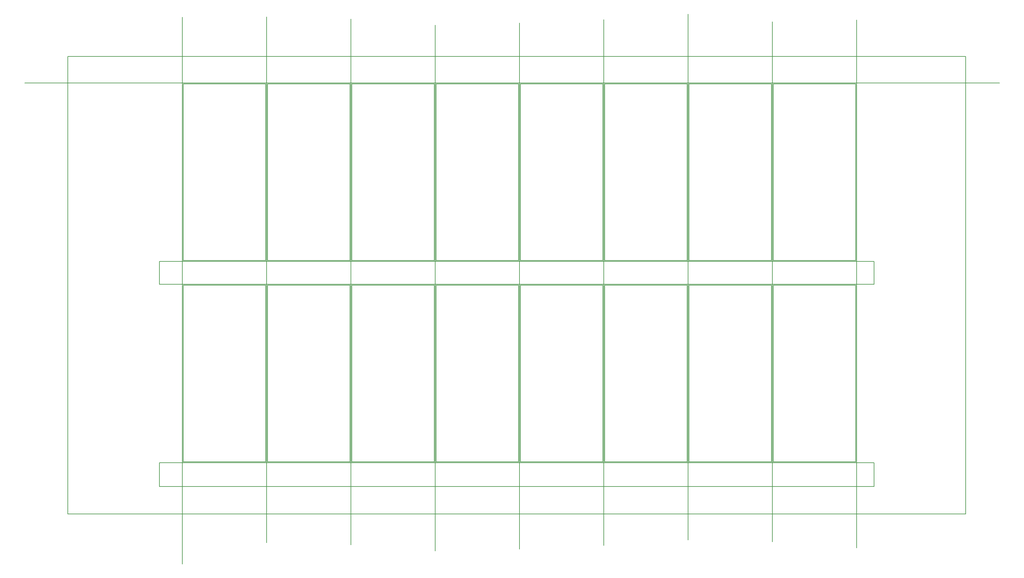
<source format=gm1>
G04 #@! TF.FileFunction,Profile,NP*
%FSLAX46Y46*%
G04 Gerber Fmt 4.6, Leading zero omitted, Abs format (unit mm)*
G04 Created by KiCad (PCBNEW 4.0.6) date 11/19/17 22:49:51*
%MOMM*%
%LPD*%
G01*
G04 APERTURE LIST*
%ADD10C,0.100000*%
%ADD11C,0.150000*%
G04 APERTURE END LIST*
D10*
D11*
X220489551Y-94984689D02*
X220489551Y-144006689D01*
X197121551Y-94984689D02*
X197121551Y-144006689D01*
X173753551Y-94984689D02*
X173753551Y-144006689D01*
X150385551Y-94984689D02*
X150385551Y-144006689D01*
X127017551Y-94984689D02*
X127017551Y-144006689D01*
X103649551Y-94984689D02*
X103649551Y-144006689D01*
X80281551Y-94984689D02*
X80281551Y-144006689D01*
X56913551Y-94984689D02*
X56913551Y-144006689D01*
X220489551Y-39104689D02*
X220489551Y-88126689D01*
X197121551Y-39104689D02*
X197121551Y-88126689D01*
X173753551Y-39104689D02*
X173753551Y-88126689D01*
X150385551Y-39104689D02*
X150385551Y-88126689D01*
X127017551Y-39104689D02*
X127017551Y-88126689D01*
X103649551Y-39104689D02*
X103649551Y-88126689D01*
X80281551Y-39104689D02*
X80281551Y-88126689D01*
X220489551Y-144006689D02*
X243349551Y-144006689D01*
X197121551Y-144006689D02*
X219981551Y-144006689D01*
X173753551Y-144006689D02*
X196613551Y-144006689D01*
X150385551Y-144006689D02*
X173245551Y-144006689D01*
X127017551Y-144006689D02*
X149877551Y-144006689D01*
X103649551Y-144006689D02*
X126509551Y-144006689D01*
X80281551Y-144006689D02*
X103141551Y-144006689D01*
X56913551Y-144006689D02*
X79773551Y-144006689D01*
X220489551Y-88126689D02*
X243349551Y-88126689D01*
X197121551Y-88126689D02*
X219981551Y-88126689D01*
X173753551Y-88126689D02*
X196613551Y-88126689D01*
X150385551Y-88126689D02*
X173245551Y-88126689D01*
X127017551Y-88126689D02*
X149877551Y-88126689D01*
X103649551Y-88126689D02*
X126509551Y-88126689D01*
X80281551Y-88126689D02*
X103141551Y-88126689D01*
X243349551Y-94984689D02*
X243349551Y-144006689D01*
X219981551Y-94984689D02*
X219981551Y-144006689D01*
X196613551Y-94984689D02*
X196613551Y-144006689D01*
X173245551Y-94984689D02*
X173245551Y-144006689D01*
X149877551Y-94984689D02*
X149877551Y-144006689D01*
X126509551Y-94984689D02*
X126509551Y-144006689D01*
X103141551Y-94984689D02*
X103141551Y-144006689D01*
X79773551Y-94984689D02*
X79773551Y-144006689D01*
X243349551Y-39104689D02*
X243349551Y-88126689D01*
X219981551Y-39104689D02*
X219981551Y-88126689D01*
X196613551Y-39104689D02*
X196613551Y-88126689D01*
X173245551Y-39104689D02*
X173245551Y-88126689D01*
X149877551Y-39104689D02*
X149877551Y-88126689D01*
X126509551Y-39104689D02*
X126509551Y-88126689D01*
X103141551Y-39104689D02*
X103141551Y-88126689D01*
X220489551Y-94984689D02*
X243349551Y-94984689D01*
X197121551Y-94984689D02*
X219981551Y-94984689D01*
X173753551Y-94984689D02*
X196613551Y-94984689D01*
X150385551Y-94984689D02*
X173245551Y-94984689D01*
X127017551Y-94984689D02*
X149877551Y-94984689D01*
X103649551Y-94984689D02*
X126509551Y-94984689D01*
X80281551Y-94984689D02*
X103141551Y-94984689D01*
X56913551Y-94984689D02*
X79773551Y-94984689D01*
X220489551Y-39104689D02*
X243349551Y-39104689D01*
X197121551Y-39104689D02*
X219981551Y-39104689D01*
X173753551Y-39104689D02*
X196613551Y-39104689D01*
X150385551Y-39104689D02*
X173245551Y-39104689D01*
X127017551Y-39104689D02*
X149877551Y-39104689D01*
X103649551Y-39104689D02*
X126509551Y-39104689D01*
X80281551Y-39104689D02*
X103141551Y-39104689D01*
X50292000Y-150876000D02*
X50292000Y-144272000D01*
X248412000Y-150876000D02*
X50292000Y-150876000D01*
X248412000Y-144272000D02*
X248412000Y-150876000D01*
X50292000Y-144272000D02*
X248412000Y-144272000D01*
X50292000Y-94742000D02*
X50292000Y-88392000D01*
X248412000Y-94742000D02*
X50292000Y-94742000D01*
X248412000Y-88392000D02*
X248412000Y-94742000D01*
X50292000Y-88392000D02*
X248412000Y-88392000D01*
X56667400Y-26365200D02*
X56667400Y-20548600D01*
X56667400Y-26390600D02*
X56667400Y-172389800D01*
X80010000Y-20472400D02*
X80010000Y-166471600D01*
X103403400Y-21082000D02*
X103403400Y-167081200D01*
X126771400Y-22758400D02*
X126771400Y-168757600D01*
X150114000Y-22225000D02*
X150114000Y-168224200D01*
X173482000Y-21259800D02*
X173482000Y-167259000D01*
X196875400Y-19710400D02*
X196875400Y-165709600D01*
X196875400Y-39395400D02*
X196875400Y-19710400D01*
X220243400Y-21818600D02*
X220243400Y-166243000D01*
X220243400Y-39395400D02*
X220243400Y-21818600D01*
X243586000Y-31496000D02*
X243586000Y-21336000D01*
X243586000Y-31496000D02*
X243586000Y-167894000D01*
X273812000Y-38862000D02*
X283210000Y-38862000D01*
X24892000Y-38862000D02*
X12954000Y-38862000D01*
X273812000Y-38862000D02*
X24892000Y-38862000D01*
X273812000Y-31496000D02*
X24892000Y-31496000D01*
X273812000Y-158496000D02*
X273812000Y-31496000D01*
X24892000Y-158496000D02*
X273812000Y-158496000D01*
X24892000Y-31496000D02*
X24892000Y-158496000D01*
X56913551Y-88126689D02*
X79773551Y-88126689D01*
X56913551Y-39104689D02*
X56913551Y-88126689D01*
X79773551Y-39104689D02*
X79773551Y-88126689D01*
X56913551Y-39104689D02*
X79773551Y-39104689D01*
M02*

</source>
